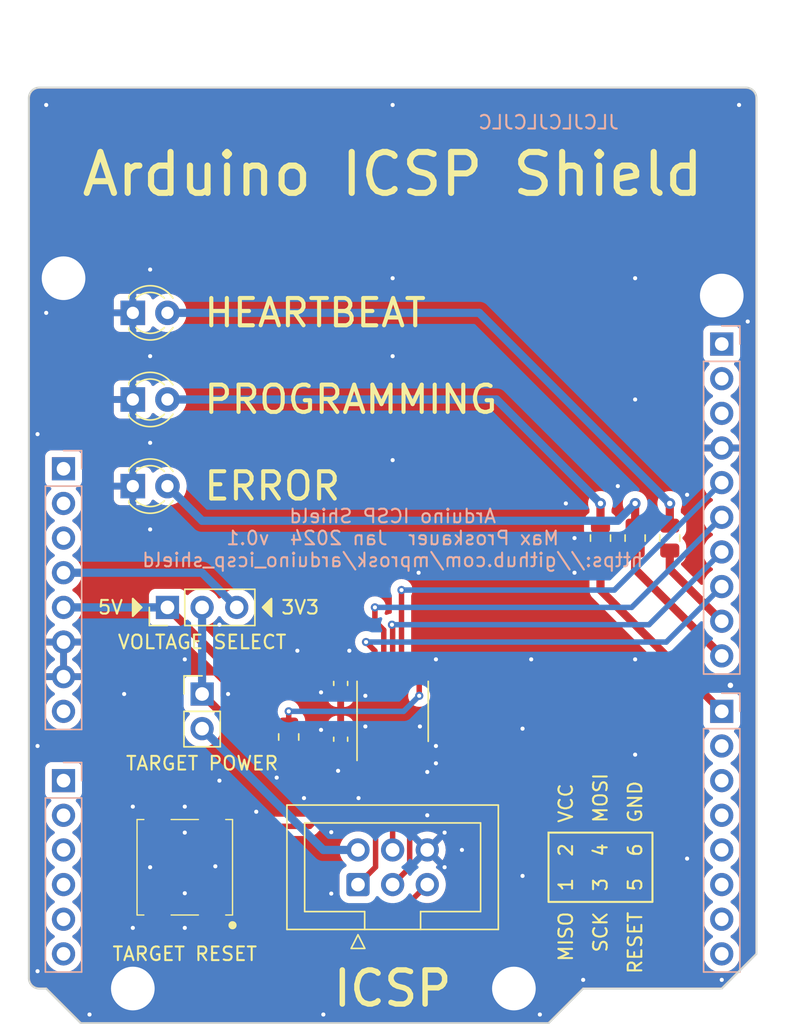
<source format=kicad_pcb>
(kicad_pcb (version 20221018) (generator pcbnew)
  (title_block (title "Arduino ICSP Shield") (date "2024-01-22") (rev "0.1") (company "Max Proskauer"))
  (layers (0 "F.Cu" signal) (31 "B.Cu" signal) (34 "B.Paste" user) (35 "F.Paste" user) (36 "B.SilkS" user "B.Silkscreen") (37 "F.SilkS" user "F.Silkscreen") (38 "B.Mask" user) (39 "F.Mask" user) (44 "Edge.Cuts" user))
  (net 0 "")
  (net 1 "GND")
  (net 3 "+5V")
  (net 4 "/IOREF")
  (net 5 "/A0")
  (net 6 "/A1")
  (net 7 "/A2")
  (net 8 "/A3")
  (net 9 "/ICSP_VCC")
  (net 10 "/SCL")
  (net 11 "/AREF")
  (net 12 "/D13{slash}SCK")
  (net 13 "/D12{slash}MISO")
  (net 14 "/D11{slash}MOSI")
  (net 15 "/D10{slash}RESET")
  (net 16 "/D6")
  (net 17 "/TX{slash}1")
  (net 18 "/D5")
  (net 19 "/RX{slash}0")
  (net 20 "+3V3")
  (net 21 "/~{RESET}")
  (net 22 "/D4")
  (net 23 "/D3")
  (net 24 "/D0")
  (net 25 "/SDA")
  (net 26 "/HB_LED")
  (net 27 "/ERR_LED")
  (net 28 "/PROG_LED")
  (net 29 "/Vin")
  (net 30 "/D9{slash}HB")
  (net 31 "/D8{slash}ERROR")
  (net 32 "/D7{slash}PROG")
  (net 33 "/A4")
  (net 34 "/A5")
  (net 35 "/ICSP_MISO")
  (net 36 "/ICSP_SCK")
  (net 37 "/ICSP_MOSI")
  (net 38 "/ICSP_RESET")
  (net 39 "/ENABLE")
  (net 42 "/RESET")
  (net 43 "/ICSP_VOUT")
  (footprint "Connector_IDC:IDC-Header_2x03_P2.54mm_Vertical" (layer "F.Cu") (at 124.13 89.84 90)
    (fp_text reference "J5" hide)
    (fp_text value "ICSP" (at -7.62 2.54 unlocked) (layer "F.SilkS" knockout) (effects (font (size 2.5 2.5) (thickness 0.4))))
    (fp_line (start -4.68 -0.5) (end -4.68 0.5) (stroke (width 0.12)) (layer "F.SilkS"))
    (fp_line (start -4.68 0.5) (end -3.68 0) (stroke (width 0.12)) (layer "F.SilkS"))
    (fp_line (start -3.68 0) (end -4.68 -0.5) (stroke (width 0.12)) (layer "F.SilkS"))
    (fp_line (start -3.29 -5.21) (end 5.83 -5.21) (stroke (width 0.12)) (layer "F.SilkS"))
    (fp_line (start -3.29 0.49) (end -1.98 0.49) (stroke (width 0.12)) (layer "F.SilkS"))
    (fp_line (start -3.29 10.29) (end -3.29 -5.21) (stroke (width 0.12)) (layer "F.SilkS"))
    (fp_line (start -1.98 -3.91) (end 4.52 -3.91) (stroke (width 0.12)) (layer "F.SilkS"))
    (fp_line (start -1.98 0.49) (end -1.98 -3.91) (stroke (width 0.12)) (layer "F.SilkS"))
    (fp_line (start -1.98 4.59) (end -3.29 4.59) (stroke (width 0.12)) (layer "F.SilkS"))
    (fp_line (start -1.98 4.59) (end -1.98 4.59) (stroke (width 0.12)) (layer "F.SilkS"))
    (fp_line (start -1.98 8.99) (end -1.98 4.59) (stroke (width 0.12)) (layer "F.SilkS"))
    (fp_line (start 4.52 -3.91) (end 4.52 8.99) (stroke (width 0.12)) (layer "F.SilkS"))
    (fp_line (start 4.52 8.99) (end -1.98 8.99) (stroke (width 0.12)) (layer "F.SilkS"))
    (fp_line (start 5.83 -5.21) (end 5.83 10.29) (stroke (width 0.12)) (layer "F.SilkS"))
    (fp_line (start 5.83 10.29) (end -3.29 10.29) (stroke (width 0.12)) (layer "F.SilkS"))
    (pad "1" thru_hole roundrect (at 0 0 90) (size 1.7 1.7) (drill 1) (layers "*.Cu" "*.Mask") (roundrect_rratio 0.1470588235) (net 35 "/ICSP_MISO"))
    (pad "2" thru_hole circle (at 2.54 0 90) (size 1.7 1.7) (drill 1) (layers "*.Cu" "*.Mask") (net 43 "/ICSP_VOUT"))
    (pad "3" thru_hole circle (at 0 2.54 90) (size 1.7 1.7) (drill 1) (layers "*.Cu" "*.Mask") (net 36 "/ICSP_SCK"))
    (pad "4" thru_hole circle (at 2.54 2.54 90) (size 1.7 1.7) (drill 1) (layers "*.Cu" "*.Mask") (net 37 "/ICSP_MOSI"))
    (pad "5" thru_hole circle (at 0 5.08 90) (size 1.7 1.7) (drill 1) (layers "*.Cu" "*.Mask") (net 38 "/ICSP_RESET"))
    (pad "6" thru_hole circle (at 2.54 5.08 90) (size 1.7 1.7) (drill 1) (layers "*.Cu" "*.Mask") (net 1 "GND"))
  )
  (footprint "Capacitor_SMD:C_0603_1608Metric" (layer "F.Cu") (at 122.86 79.185 -90)
    (fp_text reference "C2" hide)
    (fp_text value "100nF" hide)
    (fp_line (start -0.14058 -0.51) (end 0.14058 -0.51) (stroke (width 0.12)) (layer "F.SilkS"))
    (fp_line (start -0.14058 0.51) (end 0.14058 0.51) (stroke (width 0.12)) (layer "F.SilkS"))
    (pad "1" smd roundrect (at -0.775 0 270) (size 0.9 0.95) (layers "F.Cu" "F.Paste" "F.Mask") (net 1 "GND"))
    (pad "2" smd roundrect (at 0.775 0 270) (size 0.9 0.95) (layers "F.Cu" "F.Paste" "F.Mask") (net 9 "/ICSP_VCC"))
  )
  (footprint "Resistor_SMD:R_0805_2012Metric" (layer "F.Cu") (at 119.05 79.0215 90)
    (fp_text reference "R4" hide)
    (fp_text value "10k" hide)
    (fp_line (start -0.227064 -0.735) (end 0.227064 -0.735) (stroke (width 0.12)) (layer "F.SilkS"))
    (fp_line (start -0.227064 0.735) (end 0.227064 0.735) (stroke (width 0.12)) (layer "F.SilkS"))
    (pad "1" smd roundrect (at -0.9125 0 90) (size 1.025 1.4) (layers "F.Cu" "F.Paste" "F.Mask") (roundrect_rratio 0.243902439) (net 9 "/ICSP_VCC"))
    (pad "2" smd roundrect (at 0.9125 0 90) (size 1.025 1.4) (layers "F.Cu" "F.Paste" "F.Mask") (roundrect_rratio 0.243902439) (net 39 "/ENABLE"))
  )
  (footprint "Arduino_MountingHole:MountingHole_3.2mm" (layer "F.Cu") (at 150.8 46.66 -90)
    (fp_text reference "MH1" hide)
    (fp_text value "MountingHole_3.2mm" hide)
    (pad "" np_thru_hole circle locked (at 0 0 270) (size 3.2 3.2) (drill 3.2) (layers "*.Cu" "*.Mask"))
  )
  (footprint "Resistor_SMD:R_0805_2012Metric" (layer "F.Cu") (at 141.91 64.44 90)
    (fp_text reference "R3" hide)
    (fp_text value "470R" hide)
    (fp_line (start -0.227064 -0.735) (end 0.227064 -0.735) (stroke (width 0.12)) (layer "F.SilkS"))
    (fp_line (start -0.227064 0.735) (end 0.227064 0.735) (stroke (width 0.12)) (layer "F.SilkS"))
    (pad "1" smd roundrect (at -0.9125 0 90) (size 1.025 1.4) (layers "F.Cu" "F.Paste" "F.Mask") (roundrect_rratio 0.243902439) (net 32 "/D7{slash}PROG"))
    (pad "2" smd roundrect (at 0.9125 0 90) (size 1.025 1.4) (layers "F.Cu" "F.Paste" "F.Mask") (roundrect_rratio 0.243902439) (net 28 "/PROG_LED"))
  )
  (footprint "Connector_PinHeader_2.54mm:PinHeader_1x03_P2.54mm_Vertical" (layer "F.Cu") (at 110.16 69.52 90)
    (fp_text reference "JP1" hide)
    (fp_text value "VOLTAGE SELECT" (at -2.54 2.54) (layer "F.SilkS" knockout))
    (fp_line (start -1.33 -1.33) (end 0 -1.33) (stroke (width 0.12)) (layer "F.SilkS"))
    (fp_line (start -1.33 0) (end -1.33 -1.33) (stroke (width 0.12)) (layer "F.SilkS"))
    (fp_line (start -1.33 1.27) (end -1.33 6.41) (stroke (width 0.12)) (layer "F.SilkS"))
    (fp_line (start -1.33 1.27) (end 1.33 1.27) (stroke (width 0.12)) (layer "F.SilkS"))
    (fp_line (start -1.33 6.41) (end 1.33 6.41) (stroke (width 0.12)) (layer "F.SilkS"))
    (fp_line (start 1.33 1.27) (end 1.33 6.41) (stroke (width 0.12)) (layer "F.SilkS"))
    (pad "1" thru_hole rect (at 0 0 90) (size 1.7 1.7) (drill 1) (layers "*.Cu" "*.Mask") (net 3 "+5V"))
    (pad "2" thru_hole oval (at 0 2.54 90) (size 1.7 1.7) (drill 1) (layers "*.Cu" "*.Mask") (net 9 "/ICSP_VCC"))
    (pad "3" thru_hole oval (at 0 5.08 90) (size 1.7 1.7) (drill 1) (layers "*.Cu" "*.Mask") (net 20 "+3V3"))
  )
  (footprint "icsp_shield:SW_Push_SPDT_CK_KSC4xxG" (layer "F.Cu") (at 111.43 88.57 -90)
    (fp_text reference "SW1" hide)
    (fp_text value "TARGET RESET" (at 6.35 0 unlocked) (layer "F.SilkS" knockout))
    (fp_line (start -3.5 -3.5) (end -3.5 -3) (stroke (width 0.1)) (layer "F.SilkS"))
    (fp_line (start -3.5 -1) (end -3.5 1) (stroke (width 0.1)) (layer "F.SilkS"))
    (fp_line (start -3.5 3) (end -3.5 3.5) (stroke (width 0.1)) (layer "F.SilkS"))
    (fp_line (start -3.5 3.5) (end 3.5 3.5) (stroke (width 0.1)) (layer "F.SilkS"))
    (fp_line (start 3.5 -3.5) (end -3.5 -3.5) (stroke (width 0.1)) (layer "F.SilkS"))
    (fp_line (start 3.5 -3) (end 3.5 -3.5) (stroke (width 0.1)) (layer "F.SilkS"))
    (fp_line (start 3.5 -1) (end 3.5 1) (stroke (width 0.1)) (layer "F.SilkS"))
    (fp_line (start 3.5 3.5) (end 3.5 3) (stroke (width 0.1)) (layer "F.SilkS"))
    (fp_circle (center 4.25 -3.5) (end 4.5 -3.5) (stroke (width 0.1)) (fill solid) (layer "F.SilkS"))
    (pad "1" smd rect (at 3 -2 270) (size 3 1) (layers "F.Cu" "F.Paste" "F.Mask") (net 38 "/ICSP_RESET"))
    (pad "2" smd rect (at -3 -2 270) (size 3 1) (layers "F.Cu" "F.Paste" "F.Mask") (net 42 "/RESET"))
    (pad "3" smd rect (at -3 2 270) (size 3 1) (layers "F.Cu" "F.Paste" "F.Mask") (net 1 "GND"))
    (pad "3" smd rect (at 3 2 270) (size 3 1) (layers "F.Cu" "F.Paste" "F.Mask") (net 1 "GND"))
  )
  (footprint "Resistor_SMD:R_0805_2012Metric" (layer "F.Cu") (at 146.99 64.44 90)
    (fp_text reference "R1" hide)
    (fp_text value "470R" hide)
    (fp_line (start -0.227064 -0.735) (end 0.227064 -0.735) (stroke (width 0.12)) (layer "F.SilkS"))
    (fp_line (start -0.227064 0.735) (end 0.227064 0.735) (stroke (width 0.12)) (layer "F.SilkS"))
    (pad "1" smd roundrect (at -0.9125 0 90) (size 1.025 1.4) (layers "F.Cu" "F.Paste" "F.Mask") (roundrect_rratio 0.243902439) (net 30 "/D9{slash}HB"))
    (pad "2" smd roundrect (at 0.9125 0 90) (size 1.025 1.4) (layers "F.Cu" "F.Paste" "F.Mask") (roundrect_rratio 0.243902439) (net 26 "/HB_LED"))
  )
  (footprint "LED_THT:LED_D3.0mm" (layer "F.Cu") (at 107.62 60.63)
    (fp_text reference "D2" hide)
    (fp_text value "ERROR" (at 5.08 0) (layer "F.SilkS") (effects (font (size 2 2) (thickness 0.3)) (justify left)))
    (fp_line (start -0.29 -1.236) (end -0.29 -1.08) (stroke (width 0.12)) (layer "F.SilkS"))
    (fp_line (start -0.29 1.08) (end -0.29 1.236) (stroke (width 0.12)) (layer "F.SilkS"))
    (fp_arc (start -0.29 -1.235516) (mid 1.366487 -1.987659) (end 2.942335 -1.078608) (stroke (width 0.12)) (layer "F.SilkS"))
    (fp_arc (start 0.229039 -1.08) (mid 1.270117 -1.5) (end 2.31113 -1.079837) (stroke (width 0.12)) (layer "F.SilkS"))
    (fp_arc (start 2.31113 1.079837) (mid 1.270117 1.5) (end 0.229039 1.08) (stroke (width 0.12)) (layer "F.SilkS"))
    (fp_arc (start 2.942335 1.078608) (mid 1.366487 1.987659) (end -0.29 1.235516) (stroke (width 0.12)) (layer "F.SilkS"))
    (pad "1" thru_hole rect (at 0 0) (size 1.8 1.8) (drill 0.9) (layers "*.Cu" "*.Mask") (net 1 "GND"))
    (pad "2" thru_hole circle (at 2.54 0) (size 1.8 1.8) (drill 0.9) (layers "*.Cu" "*.Mask") (net 27 "/ERR_LED"))
  )
  (footprint "LED_THT:LED_D3.0mm" (layer "F.Cu") (at 107.62 54.28)
    (fp_text reference "D3" hide)
    (fp_text value "PROGRAMMING" (at 5.08 0) (layer "F.SilkS") (effects (font (size 2 2) (thickness 0.3)) (justify left)))
    (fp_line (start -0.29 -1.236) (end -0.29 -1.08) (stroke (width 0.12)) (layer "F.SilkS"))
    (fp_line (start -0.29 1.08) (end -0.29 1.236) (stroke (width 0.12)) (layer "F.SilkS"))
    (fp_arc (start -0.29 -1.235516) (mid 1.366487 -1.987659) (end 2.942335 -1.078608) (stroke (width 0.12)) (layer "F.SilkS"))
    (fp_arc (start 0.229039 -1.08) (mid 1.270117 -1.5) (end 2.31113 -1.079837) (stroke (width 0.12)) (layer "F.SilkS"))
    (fp_arc (start 2.31113 1.079837) (mid 1.270117 1.5) (end 0.229039 1.08) (stroke (width 0.12)) (layer "F.SilkS"))
    (fp_arc (start 2.942335 1.078608) (mid 1.366487 1.987659) (end -0.29 1.235516) (stroke (width 0.12)) (layer "F.SilkS"))
    (pad "1" thru_hole rect (at 0 0) (size 1.8 1.8) (drill 0.9) (layers "*.Cu" "*.Mask") (net 1 "GND"))
    (pad "2" thru_hole circle (at 2.54 0) (size 1.8 1.8) (drill 0.9) (layers "*.Cu" "*.Mask") (net 28 "/PROG_LED"))
  )
  (footprint "LED_THT:LED_D3.0mm" (layer "F.Cu") (at 107.62 47.93)
    (fp_text reference "D1" hide)
    (fp_text value "HEARTBEAT" (at 5.08 0) (layer "F.SilkS") (effects (font (size 2 2) (thickness 0.3)) (justify left)))
    (fp_line (start -0.29 -1.236) (end -0.29 -1.08) (stroke (width 0.12)) (layer "F.SilkS"))
    (fp_line (start -0.29 1.08) (end -0.29 1.236) (stroke (width 0.12)) (layer "F.SilkS"))
    (fp_arc (start -0.29 -1.235516) (mid 1.366487 -1.987659) (end 2.942335 -1.078608) (stroke (width 0.12)) (layer "F.SilkS"))
    (fp_arc (start 0.229039 -1.08) (mid 1.270117 -1.5) (end 2.31113 -1.079837) (stroke (width 0.12)) (layer "F.SilkS"))
    (fp_arc (start 2.31113 1.079837) (mid 1.270117 1.5) (end 0.229039 1.08) (stroke (width 0.12)) (layer "F.SilkS"))
    (fp_arc (start 2.942335 1.078608) (mid 1.366487 1.987659) (end -0.29 1.235516) (stroke (width 0.12)) (layer "F.SilkS"))
    (pad "1" thru_hole rect (at 0 0) (size 1.8 1.8) (drill 0.9) (layers "*.Cu" "*.Mask") (net 1 "GND"))
    (pad "2" thru_hole circle (at 2.54 0) (size 1.8 1.8) (drill 0.9) (layers "*.Cu" "*.Mask") (net 26 "/HB_LED"))
  )
  (footprint "Resistor_SMD:R_0805_2012Metric" (layer "F.Cu") (at 144.45 64.44 90)
    (fp_text reference "R2" hide)
    (fp_text value "470R" hide)
    (fp_line (start -0.227064 -0.735) (end 0.227064 -0.735) (stroke (width 0.12)) (layer "F.SilkS"))
    (fp_line (start -0.227064 0.735) (end 0.227064 0.735) (stroke (width 0.12)) (layer "F.SilkS"))
    (pad "1" smd roundrect (at -0.9125 0 90) (size 1.025 1.4) (layers "F.Cu" "F.Paste" "F.Mask") (roundrect_rratio 0.243902439) (net 31 "/D8{slash}ERROR"))
    (pad "2" smd roundrect (at 0.9125 0 90) (size 1.025 1.4) (layers "F.Cu" "F.Paste" "F.Mask") (roundrect_rratio 0.243902439) (net 27 "/ERR_LED"))
  )
  (footprint "Connector_PinHeader_2.54mm:PinHeader_1x02_P2.54mm_Vertical" (layer "F.Cu") (at 112.7 75.87)
    (fp_text reference "JP2" hide)
    (fp_text value "TARGET POWER" (at 0 5.08) (layer "F.SilkS" knockout))
    (fp_line (start -1.33 -1.33) (end 0 -1.33) (stroke (width 0.12)) (layer "F.SilkS"))
    (fp_line (start -1.33 0) (end -1.33 -1.33) (stroke (width 0.12)) (layer "F.SilkS"))
    (fp_line (start -1.33 1.27) (end -1.33 3.87) (stroke (width 0.12)) (layer "F.SilkS"))
    (fp_line (start -1.33 1.27) (end 1.33 1.27) (stroke (width 0.12)) (layer "F.SilkS"))
    (fp_line (start -1.33 3.87) (end 1.33 3.87) (stroke (width 0.12)) (layer "F.SilkS"))
    (fp_line (start 1.33 1.27) (end 1.33 3.87) (stroke (width 0.12)) (layer "F.SilkS"))
    (pad "1" thru_hole rect (at 0 0) (size 1.7 1.7) (drill 1) (layers "*.Cu" "*.Mask") (net 9 "/ICSP_VCC"))
    (pad "2" thru_hole oval (at 0 2.54) (size 1.7 1.7) (drill 1) (layers "*.Cu" "*.Mask") (net 43 "/ICSP_VOUT"))
  )
  (footprint "Package_SO:TSSOP-14_4.4x5mm_P0.65mm" (layer "F.Cu") (at 126.67 77.14 90)
    (fp_text reference "U1" hide)
    (fp_text value "ADG3304")
    (fp_line (start 0 -2.61) (end -3.6 -2.61) (stroke (width 0.12)) (layer "F.SilkS"))
    (fp_line (start 0 -2.61) (end 2.2 -2.61) (stroke (width 0.12)) (layer "F.SilkS"))
    (fp_line (start 0 2.61) (end -2.2 2.61) (stroke (width 0.12)) (layer "F.SilkS"))
    (fp_line (start 0 2.61) (end 2.2 2.61) (stroke (width 0.12)) (layer "F.SilkS"))
    (pad "1" smd roundrect (at -2.8625 -1.95 90) (size 1.475 0.4) (layers "F.Cu" "F.Paste" "F.Mask") (net 9 "/ICSP_VCC"))
    (pad "2" smd roundrect (at -2.8625 -1.3 90) (size 1.475 0.4) (layers "F.Cu" "F.Paste" "F.Mask") (net 42 "/RESET"))
    (pad "3" smd roundrect (at -2.8625 -0.65 90) (size 1.475 0.4) (layers "F.Cu" "F.Paste" "F.Mask") (net 35 "/ICSP_MISO"))
    (pad "4" smd roundrect (at -2.8625 0 90) (size 1.475 0.4) (layers "F.Cu" "F.Paste" "F.Mask") (net 37 "/ICSP_MOSI"))
    (pad "5" smd roundrect (at -2.8625 0.65 90) (size 1.475 0.4) (layers "F.Cu" "F.Paste" "F.Mask") (net 36 "/ICSP_SCK"))
    (pad "6" smd roundrect (at -2.8625 1.3 90) (size 1.475 0.4) (layers "F.Cu" "F.Paste" "F.Mask"))
    (pad "7" smd roundrect (at -2.8625 1.95 90) (size 1.475 0.4) (layers "F.Cu" "F.Paste" "F.Mask") (net 1 "GND"))
    (pad "8" smd roundrect (at 2.8625 1.95 90) (size 1.475 0.4) (layers "F.Cu" "F.Paste" "F.Mask") (net 39 "/ENABLE"))
    (pad "9" smd roundrect (at 2.8625 1.3 90) (size 1.475 0.4) (layers "F.Cu" "F.Paste" "F.Mask"))
    (pad "10" smd roundrect (at 2.8625 0.65 90) (size 1.475 0.4) (layers "F.Cu" "F.Paste" "F.Mask") (net 12 "/D13{slash}SCK"))
    (pad "11" smd roundrect (at 2.8625 0 90) (size 1.475 0.4) (layers "F.Cu" "F.Paste" "F.Mask") (net 14 "/D11{slash}MOSI"))
    (pad "12" smd roundrect (at 2.8625 -0.65 90) (size 1.475 0.4) (layers "F.Cu" "F.Paste" "F.Mask") (net 13 "/D12{slash}MISO"))
    (pad "13" smd roundrect (at 2.8625 -1.3 90) (size 1.475 0.4) (layers "F.Cu" "F.Paste" "F.Mask") (net 15 "/D10{slash}RESET"))
    (pad "14" smd roundrect (at 2.8625 -1.95 90) (size 1.475 0.4) (layers "F.Cu" "F.Paste" "F.Mask") (net 3 "+5V"))
  )
  (footprint "Capacitor_SMD:C_0603_1608Metric" (layer "F.Cu") (at 122.86 75.095 90)
    (fp_text reference "C1" hide)
    (fp_text value "100nF" hide)
    (fp_line (start -0.14058 -0.51) (end 0.14058 -0.51) (stroke (width 0.12)) (layer "F.SilkS"))
    (fp_line (start -0.14058 0.51) (end 0.14058 0.51) (stroke (width 0.12)) (layer "F.SilkS"))
    (pad "1" smd roundrect (at -0.775 0 90) (size 0.9 0.95) (layers "F.Cu" "F.Paste" "F.Mask") (net 1 "GND"))
    (pad "2" smd roundrect (at 0.775 0 90) (size 0.9 0.95) (layers "F.Cu" "F.Paste" "F.Mask") (net 3 "+5V"))
  )
  (footprint "Arduino_MountingHole:MountingHole_3.2mm" (layer "F.Cu") (at 102.54 45.39 -90)
    (fp_text reference "MH2" hide)
    (fp_text value "MountingHole_3.2mm" hide)
    (pad "" np_thru_hole circle locked (at 0 0 270) (size 3.2 3.2) (drill 3.2) (layers "*.Cu" "*.Mask"))
  )
  (footprint "Arduino_MountingHole:MountingHole_3.2mm" (layer "F.Cu") (at 135.56 97.46 -90)
    (fp_text reference "MH3" hide)
    (fp_text value "MountingHole_3.2mm" hide)
    (pad "" np_thru_hole circle locked (at 0 0 270) (size 3.2 3.2) (drill 3.2) (layers "*.Cu" "*.Mask"))
  )
  (footprint "Arduino_MountingHole:MountingHole_3.2mm" (layer "F.Cu") (at 107.62 97.46 -90)
    (fp_text reference "MH4" hide)
    (fp_text value "MountingHole_3.2mm" hide)
    (pad "" np_thru_hole circle locked (at 0 0 270) (size 3.2 3.2) (drill 3.2) (layers "*.Cu" "*.Mask"))
  )
  (footprint "Connector_PinHeader_2.54mm:PinHeader_1x08_P2.54mm_Vertical" (layer "B.Cu") (at 102.54 59.36 180)
    (fp_text reference "J1" hide)
    (fp_text value "Power")
    (fp_line (start -1.33 -19.11) (end 1.33 -19.11) (stroke (width 0.12)) (layer "B.SilkS"))
    (fp_line (start -1.33 -1.27) (end -1.33 -19.11) (stroke (width 0.12)) (layer "B.SilkS"))
    (fp_line (start -1.33 -1.27) (end 1.33 -1.27) (stroke (width 0.12)) (layer "B.SilkS"))
    (fp_line (start -1.33 0) (end -1.33 1.33) (stroke (width 0.12)) (layer "B.SilkS"))
    (fp_line (start -1.33 1.33) (end 0 1.33) (stroke (width 0.12)) (layer "B.SilkS"))
    (fp_line (start 1.33 -1.27) (end 1.33 -19.11) (stroke (width 0.12)) (layer "B.SilkS"))
    (pad "1" thru_hole rect locked (at 0 0 180) (size 1.7 1.7) (drill 1) (layers "*.Cu" "*.Mask"))
    (pad "2" thru_hole oval locked (at 0 -2.54 180) (size 1.7 1.7) (drill 1) (layers "*.Cu" "*.Mask") (net 4 "/IOREF"))
    (pad "3" thru_hole oval locked (at 0 -5.08 180) (size 1.7 1.7) (drill 1) (layers "*.Cu" "*.Mask") (net 21 "/~{RESET}"))
    (pad "4" thru_hole oval locked (at 0 -7.62 180) (size 1.7 1.7) (drill 1) (layers "*.Cu" "*.Mask") (net 20 "+3V3"))
    (pad "5" thru_hole oval locked (at 0 -10.16 180) (size 1.7 1.7) (drill 1) (layers "*.Cu" "*.Mask") (net 3 "+5V"))
    (pad "6" thru_hole oval locked (at 0 -12.7 180) (size 1.7 1.7) (drill 1) (layers "*.Cu" "*.Mask") (net 1 "GND"))
    (pad "7" thru_hole oval locked (at 0 -15.24 180) (size 1.7 1.7) (drill 1) (layers "*.Cu" "*.Mask") (net 1 "GND"))
    (pad "8" thru_hole oval locked (at 0 -17.78 180) (size 1.7 1.7) (drill 1) (layers "*.Cu" "*.Mask") (net 29 "/Vin"))
  )
  (footprint "Connector_PinHeader_2.54mm:PinHeader_1x06_P2.54mm_Vertical" (layer "B.Cu") (at 102.54 82.22 180)
    (fp_text reference "J3" hide)
    (fp_text value "Analog")
    (fp_line (start -1.33 -14.03) (end 1.33 -14.03) (stroke (width 0.12)) (layer "B.SilkS"))
    (fp_line (start -1.33 -1.27) (end -1.33 -14.03) (stroke (width 0.12)) (layer "B.SilkS"))
    (fp_line (start -1.33 -1.27) (end 1.33 -1.27) (stroke (width 0.12)) (layer "B.SilkS"))
    (fp_line (start -1.33 0) (end -1.33 1.33) (stroke (width 0.12)) (layer "B.SilkS"))
    (fp_line (start -1.33 1.33) (end 0 1.33) (stroke (width 0.12)) (layer "B.SilkS"))
    (fp_line (start 1.33 -1.27) (end 1.33 -14.03) (stroke (width 0.12)) (layer "B.SilkS"))
    (pad "1" thru_hole rect locked (at 0 0 180) (size 1.7 1.7) (drill 1) (layers "*.Cu" "*.Mask") (net 5 "/A0"))
    (pad "2" thru_hole oval locked (at 0 -2.54 180) (size 1.7 1.7) (drill 1) (layers "*.Cu" "*.Mask") (net 6 "/A1"))
    (pad "3" thru_hole oval locked (at 0 -5.08 180) (size 1.7 1.7) (drill 1) (layers "*.Cu" "*.Mask") (net 7 "/A2"))
    (pad "4" thru_hole oval locked (at 0 -7.62 180) (size 1.7 1.7) (drill 1) (layers "*.Cu" "*.Mask") (net 8 "/A3"))
    (pad "5" thru_hole oval locked (at 0 -10.16 180) (size 1.7 1.7) (drill 1) (layers "*.Cu" "*.Mask") (net 33 "/A4"))
    (pad "6" thru_hole oval locked (at 0 -12.7 180) (size 1.7 1.7) (drill 1) (layers "*.Cu" "*.Mask") (net 34 "/A5"))
  )
  (footprint "Connector_PinHeader_2.54mm:PinHeader_1x10_P2.54mm_Vertical" (layer "B.Cu") (at 150.8 50.216 180)
    (fp_text reference "J2" hide)
    (fp_text value "Digital/PWM")
    (fp_line (start -1.33 -24.19) (end 1.33 -24.19) (stroke (width 0.12)) (layer "B.SilkS"))
    (fp_line (start -1.33 -1.27) (end -1.33 -24.19) (stroke (width 0.12)) (layer "B.SilkS"))
    (fp_line (start -1.33 -1.27) (end 1.33 -1.27) (stroke (width 0.12)) (layer "B.SilkS"))
    (fp_line (start -1.33 0) (end -1.33 1.33) (stroke (width 0.12)) (layer "B.SilkS"))
    (fp_line (start -1.33 1.33) (end 0 1.33) (stroke (width 0.12)) (layer "B.SilkS"))
    (fp_line (start 1.33 -1.27) (end 1.33 -24.19) (stroke (width 0.12)) (layer "B.SilkS"))
    (pad "1" thru_hole rect locked (at 0 0 180) (size 1.7 1.7) (drill 1) (layers "*.Cu" "*.Mask") (net 10 "/SCL"))
    (pad "2" thru_hole oval locked (at 0 -2.54 180) (size 1.7 1.7) (drill 1) (layers "*.Cu" "*.Mask") (net 25 "/SDA"))
    (pad "3" thru_hole oval locked (at 0 -5.08 180) (size 1.7 1.7) (drill 1) (layers "*.Cu" "*.Mask") (net 11 "/AREF"))
    (pad "4" thru_hole oval locked (at 0 -7.62 180) (size 1.7 1.7) (drill 1) (layers "*.Cu" "*.Mask") (net 1 "GND"))
    (pad "5" thru_hole oval locked (at 0 -10.16 180) (size 1.7 1.7) (drill 1) (layers "*.Cu" "*.Mask") (net 12 "/D13{slash}SCK"))
    (pad "6" thru_hole oval locked (at 0 -12.7 180) (size 1.7 1.7) (drill 1) (layers "*.Cu" "*.Mask") (net 13 "/D12{slash}MISO"))
    (pad "7" thru_hole oval locked (at 0 -15.24 180) (size 1.7 1.7) (drill 1) (layers "*.Cu" "*.Mask") (net 14 "/D11{slash}MOSI"))
    (pad "8" thru_hole oval locked (at 0 -17.78 180) (size 1.7 1.7) (drill 1) (layers "*.Cu" "*.Mask") (net 15 "/D10{slash}RESET"))
    (pad "9" thru_hole oval locked (at 0 -20.32 180) (size 1.7 1.7) (drill 1) (layers "*.Cu" "*.Mask") (net 30 "/D9{slash}HB"))
    (pad "10" thru_hole oval locked (at 0 -22.86 180) (size 1.7 1.7) (drill 1) (layers "*.Cu" "*.Mask") (net 31 "/D8{slash}ERROR"))
  )
  (footprint "Connector_PinHeader_2.54mm:PinHeader_1x08_P2.54mm_Vertical" (layer "B.Cu") (at 150.8 77.14 180)
    (fp_text reference "J4" hide)
    (fp_text value "Digital/PWM")
    (fp_line (start -1.33 -19.11) (end 1.33 -19.11) (stroke (width 0.12)) (layer "B.SilkS"))
    (fp_line (start -1.33 -1.27) (end -1.33 -19.11) (stroke (width 0.12)) (layer "B.SilkS"))
    (fp_line (start -1.33 -1.27) (end 1.33 -1.27) (stroke (width 0.12)) (layer "B.SilkS"))
    (fp_line (start -1.33 0) (end -1.33 1.33) (stroke (width 0.12)) (layer "B.SilkS"))
    (fp_line (start -1.33 1.33) (end 0 1.33) (stroke (width 0.12)) (layer "B.SilkS"))
    (fp_line (start 1.33 -1.27) (end 1.33 -19.11) (stroke (width 0.12)) (layer "B.SilkS"))
    (pad "1" thru_hole rect locked (at 0 0 180) (size 1.7 1.7) (drill 1) (layers "*.Cu" "*.Mask") (net 32 "/D7{slash}PROG"))
    (pad "2" thru_hole oval locked (at 0 -2.54 180) (size 1.7 1.7) (drill 1) (layers "*.Cu" "*.Mask") (net 16 "/D6"))
    (pad "3" thru_hole oval locked (at 0 -5.08 180) (size 1.7 1.7) (drill 1) (layers "*.Cu" "*.Mask") (net 18 "/D5"))
    (pad "4" thru_hole oval locked (at 0 -7.62 180) (size 1.7 1.7) (drill 1) (layers "*.Cu" "*.Mask") (net 22 "/D4"))
    (pad "5" thru_hole oval locked (at 0 -10.16 180) (size 1.7 1.7) (drill 1) (layers "*.Cu" "*.Mask") (net 23 "/D3"))
    (pad "6" thru_hole oval locked (at 0 -12.7 180) (size 1.7 1.7) (drill 1) (layers "*.Cu" "*.Mask") (net 24 "/D0"))
    (pad "7" thru_hole oval locked (at 0 -15.24 180) (size 1.7 1.7) (drill 1) (layers "*.Cu" "*.Mask") (net 17 "/TX{slash}1"))
    (pad "8" thru_hole oval locked (at 0 -17.78 180) (size 1.7 1.7) (drill 1) (layers "*.Cu" "*.Mask") (net 19 "/RX{slash}0"))
  )
  (gr_poly (pts (xy 117.145 69.52) (xy 117.78 68.885) (xy 117.78 70.155)) (stroke (width 0.15)) (fill solid) (layer "F.SilkS"))
  (gr_rect (start 138.1 86.03) (end 145.72 91.11) (stroke (width 0.15)) (fill none) (layer "F.SilkS"))
  (gr_poly (pts (xy 108.255 69.52) (xy 107.62 70.155) (xy 107.62 68.885)) (stroke (width 0.15)) (fill solid) (layer "F.SilkS"))
  (gr_line (start 140.64 97.46) (end 138.1 100) (stroke (width 0.15)) (layer "Edge.Cuts"))
  (gr_line (start 100.762 31.42) (end 152.578 31.42) (stroke (width 0.15)) (layer "Edge.Cuts"))
  (gr_line (start 138.1 100) (end 103.81 100) (stroke (width 0.15)) (layer "Edge.Cuts"))
  (gr_line (start 100 96.698) (end 100 32.182) (stroke (width 0.15)) (layer "Edge.Cuts"))
  (gr_line (start 153.34 32.182) (end 153.34 94.92) (stroke (width 0.15)) (layer "Edge.Cuts"))
  (gr_arc (start 100 32.182) (mid 100.223185 31.643185) (end 100.762 31.42) (stroke (width 0.15)) (layer "Edge.Cuts"))
  (gr_line (start 103.81 100) (end 101.27 97.46) (stroke (width 0.15)) (layer "Edge.Cuts"))
  (gr_line (start 153.34 94.92) (end 150.8 97.46) (stroke (width 0.15)) (layer "Edge.Cuts"))
  (gr_arc (start 100.762 97.46) (mid 100.223185 97.236815) (end 100 96.698) (stroke (width 0.15)) (layer "Edge.Cuts"))
  (gr_line (start 150.8 97.46) (end 140.64 97.46) (stroke (width 0.15)) (layer "Edge.Cuts"))
  (gr_line (start 101.27 97.46) (end 100.762 97.46) (stroke (width 0.15)) (layer "Edge.Cuts"))
  (gr_arc (start 152.578 31.42) (mid 153.116815 31.643185) (end 153.34 32.182) (stroke (width 0.15)) (layer "Edge.Cuts"))
  (gr_text "JLCJLCJLCJLC" (at 138.1 33.96) (layer "B.SilkS") (effects (font (size 1 1)) (justify mirror)))
  (gr_text "Arduino ICSP Shield\nMax Proskauer  Jan 2024  v0.1\nhttps://github.com/mprosk/arduino_icsp_shield" (at 126.67 64.44) (layer "B.SilkS") (effects (font (size 1 1)) (justify mirror)))
  (gr_text "6" (at 144.45 87.3 90) (layer "F.SilkS") (effects (font (size 1 1))))
  (gr_text "5" (at 144.45 89.84 90) (layer "F.SilkS") (effects (font (size 1 1))))
  (gr_text "VCC" (at 139.37 85.395 90) (layer "F.SilkS") (effects (font (size 1 1)) (justify left)))
  (gr_text "3V3" (at 118.415 69.52) (layer "F.SilkS") (effects (font (size 1 1)) (justify left)))
  (gr_text "1" (at 139.37 89.84 90) (layer "F.SilkS") (effects (font (size 1 1))))
  (gr_text "2" (at 139.37 87.3 90) (layer "F.SilkS") (effects (font (size 1 1))))
  (gr_text "4" (at 141.91 87.3 90) (layer "F.SilkS") (effects (font (size 1 1))))
  (gr_text "RESET" (at 144.45 91.745 90) (layer "F.SilkS") (effects (font (size 1 1)) (justify right)))
  (gr_text "5V" (at 106.985 69.52) (layer "F.SilkS") (effects (font (size 1 1)) (justify right)))
  (gr_text "MOSI" (at 141.91 85.395 90) (layer "F.SilkS") (effects (font (size 1 1)) (justify left)))
  (gr_text "GND" (at 144.45 85.395 90) (layer "F.SilkS") (effects (font (size 1 1)) (justify left)))
  (gr_text "Arduino ICSP Shield" (at 126.67 37.77) (layer "F.SilkS") (effects (font (size 3 3) (thickness 0.45))))
  (gr_text "MISO" (at 139.37 91.745 90) (layer "F.SilkS") (effects (font (size 1 1)) (justify right)))
  (gr_text "SCK" (at 141.91 91.745 90) (layer "F.SilkS") (effects (font (size 1 1)) (justify right)))
  (gr_text "3" (at 141.91 89.84 90) (layer "F.SilkS") (effects (font (size 1 1))))
  (segment (start 128.62 78.3) (end 128.67 78.25) (width 0.4) (layer "F.Cu") (net 1))
  (segment (start 128.62 80.0025) (end 128.62 78.3) (width 0.4) (layer "F.Cu") (net 1))
  (segment (start 112.66 73.33) (end 114.605 75.275) (width 0.4) (layer "F.Cu") (net 1))
  (segment (start 111.43 73.33) (end 112.66 73.33) (width 0.4) (layer "F.Cu") (net 1))
  (segment (start 114.605 75.275) (end 114.605 75.87) (width 0.4) (layer "F.Cu") (net 1))
  (via (at 114.605 75.87) (size 0.6) (drill 0.3) (layers "F.Cu" "B.Cu") (net 1))
  (via (at 130.48 86.03) (size 0.6) (drill 0.3) (layers "F.Cu" "B.Cu") (net 1))
  (via (at 121.59 99.365) (size 0.6) (drill 0.3) (layers "F.Cu" "B.Cu") (net 1))
  (via (at 121.42 75.75) (size 0.6) (drill 0.3) (layers "F.Cu" "B.Cu") (net 1))
  (via (at 130.48 88.57) (size 0.6) (drill 0.3) (layers "F.Cu" "B.Cu") (net 1))
  (via (at 107.62 93.015) (size 0.6) (drill 0.3) (layers "F.Cu" "B.Cu") (net 1))
  (via (at 151.435 75.235) (size 0.8) (drill 0.4) (layers "F.Cu" "B.Cu") (net 1))
  (via (at 136.195 89.205) (size 0.6) (drill 0.3) (layers "F.Cu" "B.Cu") (net 1))
  (via (at 136.83 73.33) (size 0.6) (drill 0.3) (layers "F.Cu" "B.Cu") (net 1))
  (via (at 144.45 54.28) (size 0.6) (drill 0.3) (layers "F.Cu" "B.Cu") (net 1))
  (via (at 122.17 90.5) (size 0.6) (drill 0.3) (layers "F.Cu" "B.Cu") (net 1))
  (via (at 126.67 58.725) (size 0.6) (drill 0.3) (layers "F.Cu" "B.Cu") (net 1))
  (via (at 108.89 44.755) (size 0.6) (drill 0.3) (layers "F.Cu" "B.Cu") (net 1))
  (via (at 121.42 78.5) (size 0.6) (drill 0.3) (layers "F.Cu" "B.Cu") (net 1))
  (via (at 144.45 80.315) (size 0.6) (drill 0.3) (layers "F.Cu" "B.Cu") (net 1))
  (via (at 140.005 64.44) (size 0.6) (drill 0.3) (layers "F.Cu" "B.Cu") (net 1))
  (via (at 123.495 72.695) (size 0.6) (drill 0.3) (layers "F.Cu" "B.Cu") (net 1))
  (via (at 137.465 99.365) (size 0.6) (drill 0.3) (layers "F.Cu" "B.Cu") (net 1))
  (via (at 111.43 93.015) (size 0.6) (drill 0.3) (layers "F.Cu" "B.Cu") (net 1))
  (via (at 126.67 32.69) (size 0.6) (drill 0.3) (layers "F.Cu" "B.Cu") (net 1))
  (via (at 111.43 90.475) (size 0.6) (drill 0.3) (layers "F.Cu" "B.Cu") (net 1))
  (via (at 116.67 84.5) (size 0.6) (drill 0.3) (layers "F.Cu" "B.Cu") (net 1))
  (via (at 144.45 73.33) (size 0.6) (drill 0.3) (layers "F.Cu" "B.Cu") (net 1))
  (via (at 104.445 99.365) (size 0.6) (drill 0.3) (layers "F.Cu" "B.Cu") (net 1))
  (via (at 150.8 96.825) (size 0.6) (drill 0.3) (layers "F.Cu" "B.Cu") (net 1))
  (via (at 144.45 45.39) (size 0.6) (drill 0.3) (layers "F.Cu" "B.Cu") (net 1))
  (via (at 126.67 51.105) (size 0.6) (drill 0.3) (layers "F.Cu" "B.Cu") (net 1))
  (via (at 143.18 60.63) (size 0.6) (drill 0.3) (layers "F.Cu" "B.Cu") (net 1))
  (via (at 100.635 56.82) (size 0.6) (drill 0.3) (layers "F.Cu" "B.Cu") (net 1))
  (via (at 101.27 47.93) (size 0.6) (drill 0.3) (layers "F.Cu" "B.Cu") (net 1))
  (via (at 108.89 88.57) (size 0.6) (drill 0.3) (layers "F.Cu" "B.Cu") (net 1))
  (via (at 100.635 79.68) (size 0.6) (drill 0.3) (layers "F.Cu" "B.Cu") (net 1))
  (via (at 106.985 75.87) (size 0.6) (drill 0.3) (layers "F.Cu" "B.Cu") (net 1))
  (via (at 152.705 48.565) (size 0.6) (drill 0.3) (layers "F.Cu" "B.Cu") (net 1))
  (via (at 129.21 81.585) (size 0.6) (drill 0.3) (layers "F.Cu" "B.Cu") (net 1))
  (via (at 122.67 81.5) (size 0.6) (drill 0.3) (layers "F.Cu" "B.Cu") (net 1))
  (via (at 108.89 51.105) (size 0.6) (drill 0.3) (layers "F.Cu" "B.Cu") (net 1))
  (via (at 131.75 87.3) (size 0.6) (drill 0.3) (layers "F.Cu" "B.Cu") (net 1))
  (via (at 129.845 80.95) (size 0.6) (drill 0.3) (layers "F.Cu" "B.Cu") (net 1))
  (via (at 111.43 84.125) (size 0.6) (drill 0.3) (layers "F.Cu" "B.Cu") (net 1))
  (via (at 107.62 84.125) (size 0.6) (drill 0.3) (layers "F.Cu" "B.Cu") (net 1))
  (via (at 124.67 78.25) (size 0.6) (drill 0.3) (layers "F.Cu" "B.Cu") (net 1))
  (via (at 120.17 83.5) (size 0.6) (drill 0.3) (layers "F.Cu" "B.Cu") (net 1))
  (via (at 101.27 32.69) (size 0.6) (drill 0.3) (layers "F.Cu" "B.Cu") (net 1))
  (via (at 148.26 87.935) (size 0.6) (drill 0.3) (layers "F.Cu" "B.Cu") (net 1))
  (via (at 122.17 86) (size 0.6) (drill 0.3) (layers "F.Cu" "B.Cu") (net 1))
  (via (at 108.89 63.805) (size 0.6) (drill 0.3) (layers "F.Cu" "B.Cu") (net 1))
  (via (at 129.21 84.76) (size 0.6) (drill 0.3) (layers "F.Cu" "B.Cu") (net 1))
  (via (at 113.97 70.79) (size 0.6) (drill 0.3) (layers "F.Cu" "B.Cu") (net 1))
  (via (at 113.97 82.22) (size 0.6) (drill 0.3) (layers "F.Cu" "B.Cu") (net 1))
  (via (at 126.67 45.39) (size 0.6) (drill 0.3) (layers "F.Cu" "B.Cu") (net 1))
  (via (at 136.195 78.41) (size 0.6) (drill 0.3) (layers "F.Cu" "B.Cu") (net 1))
  (via (at 113.67 88.5) (size 0.6) (drill 0.3) (layers "F.Cu" "B.Cu") (net 1))
  (via (at 100.635 96.19) (size 0.6) (drill 0.3) (layers "F.Cu" "B.Cu") (net 1))
  (via (at 128.575 66.98) (size 0.6) (drill 0.3) (layers "F.Cu" "B.Cu") (net 1))
  (via (at 124.67 76) (size 0.6) (drill 0.3) (layers "F.Cu" "B.Cu") (net 1))
  (via (at 111.43 73.33) (size 0.6) (drill 0.3) (layers "F.Cu" "B.Cu") (net 1))
  (via (at 108.89 57.455) (size 0.6) (drill 0.3) (layers "F.Cu" "B.Cu") (net 1))
  (via (at 140.005 66.98) (size 0.6) (drill 0.3) (layers "F.Cu" "B.Cu") (net 1))
  (via (at 148.26 61.265) (size 0.6) (drill 0.3) (layers "F.Cu" "B.Cu") (net 1))
  (via (at 124.17 83.5) (size 0.6) (drill 0.3) (layers "F.Cu" "B.Cu") (net 1))
  (via (at 119.685 72.695) (size 0.6) (drill 0.3) (layers "F.Cu" "B.Cu") (net 1))
  (via (at 139.37 61.9) (size 0.6) (drill 0.3) (layers "F.Cu" "B.Cu") (net 1))
  (via (at 152.07 32.69) (size 0.6) (drill 0.3) (layers "F.Cu" "B.Cu") (net 1))
  (via (at 129.845 79.68) (size 0.6) (drill 0.3) (layers "F.Cu" "B.Cu") (net 1))
  (via (at 118.17 82) (size 0.6) (drill 0.3) (layers "F.Cu" "B.Cu") (net 1))
  (via (at 111.43 86.03) (size 0.6) (drill 0.3) (layers "F.Cu" "B.Cu") (net 1))
  (via (at 128.67 78.25) (size 0.6) (drill 0.3) (layers "F.Cu" "B.Cu") (net 1))
  (via (at 129.845 73.33) (size 0.6) (drill 0.3) (layers "F.Cu" "B.Cu") (net 1))
  (via (at 140.64 96.825) (size 0.6) (drill 0.3) (layers "F.Cu" "B.Cu") (net 1))
  (segment (start 122.86 74.32) (end 124.6775 74.32) (width 0.4) (layer "F.Cu") (net 3))
  (segment (start 114.96 74.32) (end 122.86 74.32) (width 0.6) (layer "F.Cu") (net 3))
  (segment (start 110.16 69.52) (end 114.96 74.32) (width 0.6) (layer "F.Cu") (net 3))
  (segment (start 124.6775 74.32) (end 124.72 74.2775) (width 0.4) (layer "F.Cu") (net 3))
  (segment (start 102.54 69.52) (end 110.16 69.52) (width 0.6) (layer "B.Cu") (net 3))
  (segment (start 116.79 79.96) (end 112.7 75.87) (width 0.6) (layer "F.Cu") (net 9))
  (segment (start 124.6775 79.96) (end 124.72 80.0025) (width 0.4) (layer "F.Cu") (net 9))
  (segment (start 122.86 79.96) (end 116.79 79.96) (width 0.6) (layer "F.Cu") (net 9))
  (segment (start 122.86 79.96) (end 124.6775 79.96) (width 0.4) (layer "F.Cu") (net 9))
  (segment (start 112.7 69.52) (end 112.7 75.87) (width 0.6) (layer "B.Cu") (net 9))
  (segment (start 127.32 74.2775) (end 127.32 68.25) (width 0.4) (layer "F.Cu") (net 12))
  (via (at 127.32 68.25) (size 0.6) (drill 0.3) (layers "F.Cu" "B.Cu") (net 12))
  (segment (start 142.926 68.25) (end 150.8 60.376) (width 0.4) (layer "B.Cu") (net 12))
  (segment (start 127.32 68.25) (end 142.926 68.25) (width 0.4) (layer "B.Cu") (net 12))
  (segment (start 126.02 74.2775) (end 126.02 71.17995) (width 0.4) (layer "F.Cu") (net 13))
  (segment (start 126.02 71.17995) (end 125.37 70.52995) (width 0.4) (layer "F.Cu") (net 13))
  (segment (start 125.37 70.52995) (end 125.37 69.52) (width 0.4) (layer "F.Cu") (net 13))
  (via (at 125.37 69.52) (size 0.6) (drill 0.3) (layers "F.Cu" "B.Cu") (net 13))
  (segment (start 144.196 69.52) (end 150.8 62.916) (width 0.4) (layer "B.Cu") (net 13))
  (segment (start 125.37 69.52) (end 144.196 69.52) (width 0.4) (layer "B.Cu") (net 13))
  (segment (start 126.62 70.79) (end 126.67 70.84) (width 0.4) (layer "F.Cu") (net 14))
  (segment (start 126.67 70.84) (end 126.67 74.2775) (width 0.4) (layer "F.Cu") (net 14))
  (via (at 126.62 70.79) (size 0.6) (drill 0.3) (layers "F.Cu" "B.Cu") (net 14))
  (segment (start 126.62 70.79) (end 145.466 70.79) (width 0.4) (layer "B.Cu") (net 14))
  (segment (start 145.466 70.79) (end 150.8 65.456) (width 0.4) (layer "B.Cu") (net 14))
  (segment (start 125.37 72.71) (end 125.37 74.2775) (width 0.4) (layer "F.Cu") (net 15))
  (segment (start 124.72 72.06) (end 125.37 72.71) (width 0.4) (layer "F.Cu") (net 15))
  (via (at 124.72 72.06) (size 0.6) (drill 0.3) (layers "F.Cu" "B.Cu") (net 15))
  (segment (start 146.736 72.06) (end 150.8 67.996) (width 0.4) (layer "B.Cu") (net 15))
  (segment (start 124.72 72.06) (end 146.736 72.06) (width 0.4) (layer "B.Cu") (net 15))
  (segment (start 102.54 66.98) (end 112.7 66.98) (width 0.6) (layer "B.Cu") (net 20))
  (segment (start 112.7 66.98) (end 115.24 69.52) (width 0.6) (layer "B.Cu") (net 20))
  (segment (start 146.99 63.5275) (end 146.99 61.9) (width 0.6) (layer "F.Cu") (net 26))
  (via (at 146.99 61.9) (size 0.8) (drill 0.4) (layers "F.Cu" "B.Cu") (net 26))
  (segment (start 110.16 47.93) (end 133.02 47.93) (width 0.6) (layer "B.Cu") (net 26))
  (segment (start 133.02 47.93) (end 146.99 61.9) (width 0.6) (layer "B.Cu") (net 26))
  (segment (start 144.45 63.5275) (end 144.45 61.9) (width 0.6) (layer "F.Cu") (net 27))
  (via (at 144.45 61.9) (size 0.8) (drill 0.4) (layers "F.Cu" "B.Cu") (net 27))
  (segment (start 144.45 61.9) (end 143.18 63.17) (width 0.6) (layer "B.Cu") (net 27))
  (segment (start 112.7 63.17) (end 110.16 60.63) (width 0.6) (layer "B.Cu") (net 27))
  (segment (start 143.18 63.17) (end 112.7 63.17) (width 0.6) (layer "B.Cu") (net 27))
  (segment (start 141.91 63.5275) (end 141.91 61.9) (width 0.6) (layer "F.Cu") (net 28))
  (via (at 141.91 61.9) (size 0.8) (drill 0.4) (layers "F.Cu" "B.Cu") (net 28))
  (segment (start 141.91 61.9) (end 134.29 54.28) (width 0.6) (layer "B.Cu") (net 28))
  (segment (start 134.29 54.28) (end 110.16 54.28) (width 0.6) (layer "B.Cu") (net 28))
  (segment (start 146.99 66.726) (end 150.8 70.536) (width 0.6) (layer "F.Cu") (net 30))
  (segment (start 146.99 65.3525) (end 146.99 66.726) (width 0.6) (layer "F.Cu") (net 30))
  (segment (start 144.45 65.3525) (end 144.45 66.726) (width 0.6) (layer "F.Cu") (net 31))
  (segment (start 144.45 66.726) (end 150.8 73.076) (width 0.6) (layer "F.Cu") (net 31))
  (segment (start 141.91 68.25) (end 150.8 77.14) (width 0.6) (layer "F.Cu") (net 32))
  (segment (start 141.91 65.3525) (end 141.91 68.25) (width 0.6) (layer "F.Cu") (net 32))
  (segment (start 124.13 89.84) (end 125.42 88.55) (width 0.4) (layer "F.Cu") (net 35))
  (segment (start 125.42 88.55) (end 125.42 82.2) (width 0.4) (layer "F.Cu") (net 35))
  (segment (start 125.42 82.2) (end 126.02 81.6) (width 0.4) (layer "F.Cu") (net 35))
  (segment (start 126.02 81.6) (end 126.02 80.0025) (width 0.4) (layer "F.Cu") (net 35))
  (segment (start 126.67 89.84) (end 127.92 88.59) (width 0.4) (layer "F.Cu") (net 36))
  (segment (start 127.32 81) (end 127.32 80.0025) (width 0.4) (layer "F.Cu") (net 36))
  (segment (start 127.92 88.59) (end 127.92 81.6) (width 0.4) (layer "F.Cu") (net 36))
  (segment (start 127.92 81.6) (end 127.32 81) (width 0.4) (layer "F.Cu") (net 36))
  (segment (start 126.67 80.0025) (end 126.67 87.3) (width 0.4) (layer "F.Cu") (net 37))
  (segment (start 129.21 89.84) (end 127.48 91.57) (width 0.4) (layer "F.Cu") (net 38))
  (segment (start 127.48 91.57) (end 113.43 91.57) (width 0.4) (layer "F.Cu") (net 38))
  (segment (start 128.62 76) (end 128.62 74.2775) (width 0.4) (layer "F.Cu") (net 39))
  (segment (start 119.05 78.109) (end 119.05 77.14) (width 0.4) (layer "F.Cu") (net 39))
  (via (at 119.05 77.14) (size 0.6) (drill 0.3) (layers "F.Cu" "B.Cu") (net 39))
  (via (at 128.62 76) (size 0.6) (drill 0.3) (layers "F.Cu" "B.Cu") (net 39))
  (segment (start 128.62 76) (end 127.48 77.14) (width 0.4) (layer "B.Cu") (net 39))
  (segment (start 127.48 77.14) (end 119.05 77.14) (width 0.4) (layer "B.Cu") (net 39))
  (segment (start 125.37 80.799878) (end 120.599878 85.57) (width 0.4) (layer "F.Cu") (net 42))
  (segment (start 125.37 80.0025) (end 125.37 80.799878) (width 0.4) (layer "F.Cu") (net 42))
  (segment (start 120.599878 85.57) (end 113.43 85.57) (width 0.4) (layer "F.Cu") (net 42))
  (segment (start 121.59 87.3) (end 124.13 87.3) (width 0.6) (layer "B.Cu") (net 43))
  (segment (start 112.7 78.41) (end 121.59 87.3) (width 0.6) (layer "B.Cu") (net 43))
  (zone (net 0) (net_name "") (layer "F.Cu") (connect_pads (clearance 0)) (min_thickness 0.25)
    (keepout (tracks allowed) (vias allowed) (pads allowed) (copperpour not_allowed) (footprints allowed))
    (fill (thermal_gap 0.5) (thermal_bridge_width 0.5))
    (polygon (pts (xy 150.8 77.14) (xy 141.91 68.25) (xy 141.91 65.71) (xy 144.45 65.71) (xy 144.45 67.175385) (xy 150.8 73.33)))
  )
  (zone (net 1) (net_name "GND") (layers "F&B.Cu") (connect_pads (clearance 0.508)) (min_thickness 0.25) (fill yes (thermal_gap 0.5) (thermal_bridge_width 0.5))
    (polygon (pts (xy 153.34 31.42) (xy 153.34 100) (xy 100 100) (xy 100 31.42)))
  )
)
</source>
